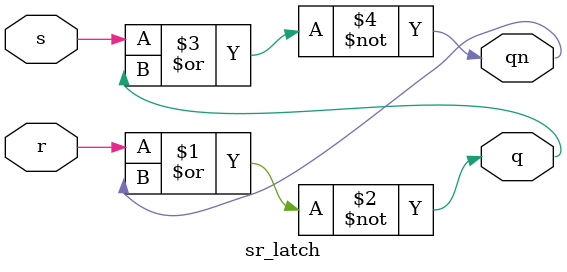
<source format=v>
module sr_latch(s,r,q,qn);
input s,r;
output q,qn;
assign q = ~(r | qn);
assign qn = ~(s | q);
endmodule

</source>
